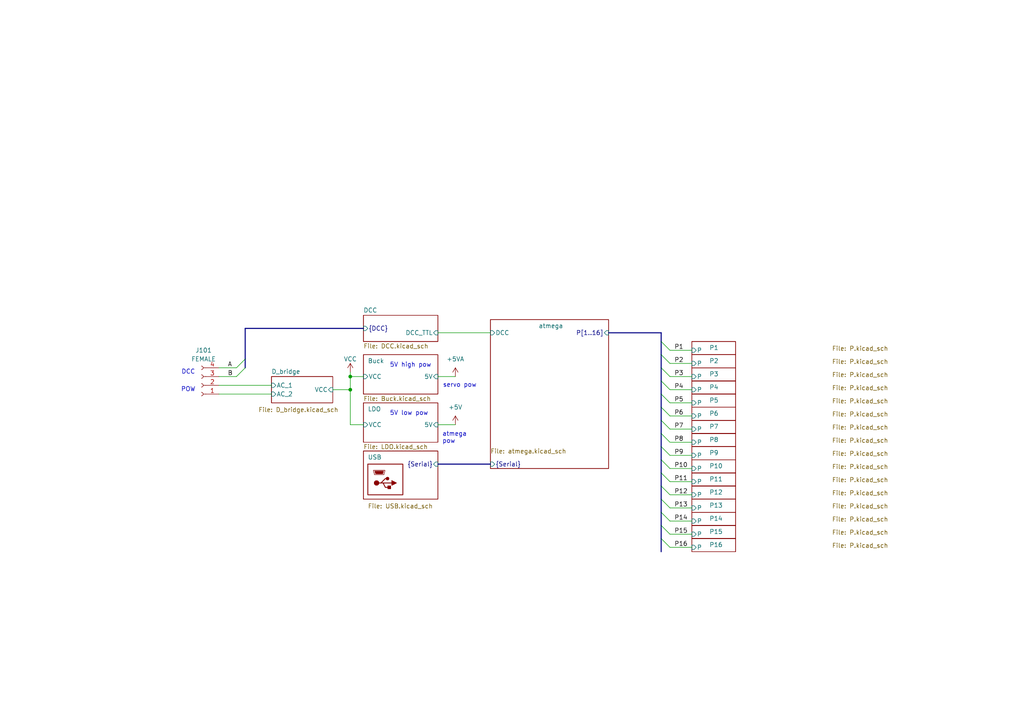
<source format=kicad_sch>
(kicad_sch (version 20231120) (generator "eeschema") (generator_version "8.0")
  (paper "A4")
  (lib_symbols
    (symbol "custom_kicad_lib_sk:USB_B_Mini_cosmetic" (pin_names (offset 1.016)) (in_bom no) (on_board no)
      (symbol "USB_B_Mini_cosmetic_0_1"
        (circle (center -3.81 2.159) (radius 0.635) (stroke (width 0.254)) (fill (type outline)))
        (circle (center -0.635 3.429) (radius 0.381) (stroke (width 0.254)) (fill (type outline)))
        (polyline (pts (xy -1.905 2.159) (xy 0.635 2.159)) (stroke (width 0.254)))
        (polyline (pts (xy -3.175 2.159) (xy -2.54 2.159) (xy -1.27 3.429) (xy -0.635 3.429)) (stroke (width 0.254)))
        (polyline (pts (xy -2.54 2.159) (xy -1.905 2.159) (xy -1.27 0.889) (xy 0 0.889)) (stroke (width 0.254)))
        (polyline (pts (xy 0.635 2.794) (xy 0.635 1.524) (xy 1.905 2.159) (xy 0.635 2.794)) (stroke (width 0.254)) (fill (type outline)))
        (polyline (pts (xy -4.318 5.588) (xy -1.778 5.588) (xy -2.032 4.826) (xy -4.064 4.826) (xy -4.318 5.588)) (fill (type outline)))
        (polyline (pts (xy -4.699 5.842) (xy -4.699 5.588) (xy -4.445 4.826) (xy -4.445 4.572) (xy -1.651 4.572) (xy -1.651 4.826) (xy -1.397 5.588) (xy -1.397 5.842) (xy -4.699 5.842)))
        (rectangle (start 0.254 1.27) (end -0.508 0.508) (stroke (width 0.254)) (fill (type outline)))
      )
      (symbol "USB_B_Mini_cosmetic_1_1"
        (rectangle (start -6.35 7.62) (end 3.81 -1.27) (stroke (width 0.254)))
      )
    )
    (symbol "custom_kicad_lib_sk:connector_3.50mm_4P_horizontal_FEMALE" (pin_names (offset 1.016) hide)
      (property "Reference" "J" (at 0 5.08 0))
      (property "Value" "FEMALE" (at 0 -7.62 0))
      (symbol "connector_3.50mm_4P_horizontal_FEMALE_1_1"
        (arc (start 0 -4.572) (mid -0.5058 -5.08) (end 0 -5.588) (stroke (width 0.1524)))
        (arc (start 0 -2.032) (mid -0.5058 -2.54) (end 0 -3.048) (stroke (width 0.1524)))
        (polyline (pts (xy -1.27 -5.08) (xy -0.508 -5.08)) (stroke (width 0.1524)))
        (polyline (pts (xy -1.27 -2.54) (xy -0.508 -2.54)) (stroke (width 0.1524)))
        (polyline (pts (xy -1.27 0) (xy -0.508 0)) (stroke (width 0.1524)))
        (polyline (pts (xy -1.27 2.54) (xy -0.508 2.54)) (stroke (width 0.1524)))
        (arc (start 0 0.508) (mid -0.5058 0) (end 0 -0.508) (stroke (width 0.1524)))
        (arc (start 0 3.048) (mid -0.5058 2.54) (end 0 2.032) (stroke (width 0.1524)))
        (pin passive line (at -5.08 2.54 0) (length 3.81) (name "Pin_1") (number "1"))
        (pin passive line (at -5.08 0 0) (length 3.81) (name "Pin_2") (number "2"))
        (pin passive line (at -5.08 -2.54 0) (length 3.81) (name "Pin_3") (number "3"))
        (pin passive line (at -5.08 -5.08 0) (length 3.81) (name "Pin_4") (number "4"))
      )
    )
    (symbol "power:+5V" (power) (pin_names (offset 0))
      (property "Value" "+5V" (at 0 3.556 0))
      (symbol "+5V_0_1"
        (polyline (pts (xy -0.762 1.27) (xy 0 2.54)))
        (polyline (pts (xy 0 0) (xy 0 2.54)))
        (polyline (pts (xy 0 2.54) (xy 0.762 1.27)))
      )
      (symbol "+5V_1_1"
        (pin power_in line (at 0 0 90) (length 0) hide (name "+5V") (number "1"))
      )
    )
    (symbol "power:+5VA" (power) (pin_names (offset 0))
      (property "Value" "+5VA" (at 0 3.556 0))
      (symbol "+5VA_0_1"
        (polyline (pts (xy -0.762 1.27) (xy 0 2.54)))
        (polyline (pts (xy 0 0) (xy 0 2.54)))
        (polyline (pts (xy 0 2.54) (xy 0.762 1.27)))
      )
      (symbol "+5VA_1_1"
        (pin power_in line (at 0 0 90) (length 0) hide (name "+5VA") (number "1"))
      )
    )
    (symbol "power:VCC" (power) (pin_numbers hide) (pin_names (offset 0) hide)
      (property "Value" "VCC" (at 0 3.556 0))
      (symbol "VCC_0_1"
        (polyline (pts (xy -0.762 1.27) (xy 0 2.54)))
        (polyline (pts (xy 0 0) (xy 0 2.54)))
        (polyline (pts (xy 0 2.54) (xy 0.762 1.27)))
      )
      (symbol "VCC_1_1"
        (pin power_in line (at 0 0 90) (length 0) (name "~") (number "1"))
      )
    )
  )
  (bus_alias "DCC" (members "A" "B"))
  (bus_alias "servo" (members "pin1" "pin2" "relay1" "relay2"))
  (bus_alias "switches" (members "sw1" "sw2" "sw3" "sw4" "sw5"))
  (junction (at 101.6 109.22))
  (junction (at 101.6 113.03))
  (bus_entry (at 191.77 156.21) (size 2.54 2.54))
  (bus_entry (at 191.77 125.73) (size 2.54 2.54))
  (bus_entry (at 191.77 137.16) (size 2.54 2.54))
  (bus_entry (at 191.77 102.87) (size 2.54 2.54))
  (bus_entry (at 191.77 129.54) (size 2.54 2.54))
  (bus_entry (at 191.77 118.11) (size 2.54 2.54))
  (bus_entry (at 191.77 148.59) (size 2.54 2.54))
  (bus_entry (at 191.77 114.3) (size 2.54 2.54))
  (bus_entry (at 68.58 106.68) (size 2.54 -2.54))
  (bus_entry (at 191.77 152.4) (size 2.54 2.54))
  (bus_entry (at 191.77 133.35) (size 2.54 2.54))
  (bus_entry (at 68.58 109.22) (size 2.54 -2.54))
  (bus_entry (at 191.77 121.92) (size 2.54 2.54))
  (bus_entry (at 191.77 110.49) (size 2.54 2.54))
  (bus_entry (at 191.77 144.78) (size 2.54 2.54))
  (bus_entry (at 191.77 99.06) (size 2.54 2.54))
  (bus_entry (at 191.77 106.68) (size 2.54 2.54))
  (bus_entry (at 191.77 140.97) (size 2.54 2.54))
  (bus (pts (xy 71.12 104.14) (xy 71.12 95.25)))
  (bus (pts (xy 71.12 106.68) (xy 71.12 104.14)))
  (wire (pts (xy 127 109.22) (xy 132.08 109.22)))
  (wire (pts (xy 101.6 107.95) (xy 101.6 109.22)))
  (wire (pts (xy 127 96.52) (xy 142.24 96.52)))
  (wire (pts (xy 101.6 113.03) (xy 96.52 113.03)))
  (wire (pts (xy 101.6 109.22) (xy 105.41 109.22)))
  (bus (pts (xy 191.77 156.21) (xy 191.77 160.02)))
  (bus (pts (xy 191.77 125.73) (xy 191.77 129.54)))
  (wire (pts (xy 194.31 132.08) (xy 200.66 132.08)))
  (wire (pts (xy 127 123.19) (xy 132.08 123.19)))
  (wire (pts (xy 63.5 109.22) (xy 68.58 109.22)))
  (wire (pts (xy 194.31 151.13) (xy 200.66 151.13)))
  (wire (pts (xy 194.31 120.65) (xy 200.66 120.65)))
  (wire (pts (xy 101.6 113.03) (xy 101.6 109.22)))
  (bus (pts (xy 191.77 129.54) (xy 191.77 133.35)))
  (bus (pts (xy 191.77 106.68) (xy 191.77 102.87)))
  (bus (pts (xy 127 134.62) (xy 142.24 134.62)))
  (wire (pts (xy 194.31 154.94) (xy 200.66 154.94)))
  (bus (pts (xy 191.77 137.16) (xy 191.77 140.97)))
  (wire (pts (xy 101.6 123.19) (xy 101.6 113.03)))
  (wire (pts (xy 194.31 109.22) (xy 200.66 109.22)))
  (wire (pts (xy 194.31 105.41) (xy 200.66 105.41)))
  (wire (pts (xy 194.31 116.84) (xy 200.66 116.84)))
  (wire (pts (xy 63.5 106.68) (xy 68.58 106.68)))
  (bus (pts (xy 191.77 114.3) (xy 191.77 110.49)))
  (bus (pts (xy 191.77 102.87) (xy 191.77 99.06)))
  (wire (pts (xy 194.31 124.46) (xy 200.66 124.46)))
  (wire (pts (xy 194.31 158.75) (xy 200.66 158.75)))
  (wire (pts (xy 194.31 143.51) (xy 200.66 143.51)))
  (wire (pts (xy 194.31 135.89) (xy 200.66 135.89)))
  (wire (pts (xy 194.31 147.32) (xy 200.66 147.32)))
  (bus (pts (xy 191.77 110.49) (xy 191.77 106.68)))
  (wire (pts (xy 63.5 111.76) (xy 78.74 111.76)))
  (bus (pts (xy 191.77 96.52) (xy 176.53 96.52)))
  (wire (pts (xy 194.31 128.27) (xy 200.66 128.27)))
  (wire (pts (xy 105.41 123.19) (xy 101.6 123.19)))
  (bus (pts (xy 191.77 144.78) (xy 191.77 148.59)))
  (wire (pts (xy 194.31 139.7) (xy 200.66 139.7)))
  (wire (pts (xy 63.5 114.3) (xy 78.74 114.3)))
  (bus (pts (xy 191.77 99.06) (xy 191.77 96.52)))
  (bus (pts (xy 191.77 140.97) (xy 191.77 144.78)))
  (bus (pts (xy 191.77 118.11) (xy 191.77 114.3)))
  (bus (pts (xy 191.77 148.59) (xy 191.77 152.4)))
  (bus (pts (xy 191.77 125.73) (xy 191.77 121.92)))
  (bus (pts (xy 191.77 121.92) (xy 191.77 118.11)))
  (wire (pts (xy 194.31 101.6) (xy 200.66 101.6)))
  (bus (pts (xy 191.77 133.35) (xy 191.77 137.16)))
  (wire (pts (xy 194.31 113.03) (xy 200.66 113.03)))
  (bus (pts (xy 71.12 95.25) (xy 105.41 95.25)))
  (bus (pts (xy 191.77 152.4) (xy 191.77 156.21)))
  (text "5V high pow" (at 113.03 106.68 0) (effects (font (size 1.27 1.27)) (justify left bottom)))
  (text "5V low pow" (at 113.03 120.65 0) (effects (font (size 1.27 1.27)) (justify left bottom)))
  (text "DCC" (at 54.61 107.95 0) (effects (font (size 1.27 1.27))))
  (text "atmega\npow\n" (at 128.27 127 0) (effects (font (size 1.27 1.27)) (justify left)))
  (text "servo pow" (at 133.35 111.76 0) (effects (font (size 1.27 1.27))))
  (text "POW" (at 54.61 113.03 0) (effects (font (size 1.27 1.27))))
  (label "P3" (at 195.58 109.22 0))
  (label "P5" (at 195.58 116.84 0))
  (label "P6" (at 195.58 120.65 0))
  (label "P15" (at 195.58 154.94 0))
  (label "P9" (at 195.58 132.08 0))
  (label "P14" (at 195.58 151.13 0))
  (label "P8" (at 195.58 128.27 0))
  (label "P2" (at 195.58 105.41 0))
  (label "P1" (at 195.58 101.6 0))
  (label "P13" (at 195.58 147.32 0))
  (label "A" (at 66.04 106.68 0))
  (label "P10" (at 195.58 135.89 0))
  (label "P11" (at 195.58 139.7 0))
  (label "P4" (at 195.58 113.03 0))
  (label "P7" (at 195.58 124.46 0))
  (label "B" (at 66.04 109.22 0))
  (label "P12" (at 195.58 143.51 0))
  (label "P16" (at 195.58 158.75 0))
  (symbol (lib_id "custom_kicad_lib_sk:connector_3.50mm_4P_horizontal_FEMALE") (at 58.42 111.76 180) (unit 1)
    (property "Reference" "J101" (at 59.055 101.6 0))
    (property "Value" "FEMALE" (at 59.055 104.14 0))
    (property "Footprint" "Connector_Phoenix_MC:PhoenixContact_MC_1,5_4-G-3.5_1x04_P3.50mm_Horizontal" (effects (hide yes)))
    (property "Description" "Generic connector, single row, 01x04, script generated" (effects (hide yes)))
    (property "JLCPCB Part#" "C880574" (effects (hide yes)))
  )
  (symbol (lib_id "custom_kicad_lib_sk:USB_B_Mini_cosmetic") (at 113.03 142.24 0) (unit 1) (in_bom no) (on_board no)
    (property "Reference" "J102" (effects (hide yes)))
    (property "Value" "USB_Mini_cosmetic" (effects (hide yes)))
    (property "Description" "USB Mini Type B connector" (effects (hide yes)))
  )
  (symbol (lib_id "power:VCC") (at 101.6 107.95 0) (unit 1)
    (property "Reference" "#PWR0106" (effects (hide yes)))
    (property "Value" "VCC" (at 101.6 104.14 0))
    (property "Description" "Power symbol creates a global label with name \"VCC\"" (effects (hide yes)))
  )
  (symbol (lib_id "power:+5V") (at 132.08 123.19 0) (unit 1)
    (property "Reference" "#PWR0102" (effects (hide yes)))
    (property "Value" "+5V" (at 132.08 118.11 0))
  )
  (symbol (lib_id "power:+5VA") (at 132.08 109.22 0) (unit 1)
    (property "Reference" "#PWR0101" (effects (hide yes)))
    (property "Value" "+5VA" (at 132.08 104.14 0))
  )
  (sheet (at 200.66 144.78) (size 12.7 3.81) (stroke (width 0.1524))
    (property "Sheetname" "P13" (at 205.74 147.32 0) (effects (justify left bottom)))
    (property "Sheetfile" "P.kicad_sch" (at 241.3 146.05 0) (effects (justify left top)))
    (pin "P" input (at 200.66 147.32 180))
  )
  (sheet (at 78.74 109.22) (size 17.78 7.62) (stroke (width 0.1524))
    (property "Sheetname" "D_bridge" (at 78.74 108.5084 0) (effects (justify left bottom)))
    (property "Sheetfile" "D_bridge.kicad_sch" (at 74.93 118.11 0) (effects (justify left top)))
    (pin "AC_1" input (at 78.74 111.76 180))
    (pin "AC_2" input (at 78.74 114.3 180))
    (pin "VCC" input (at 96.52 113.03 0))
  )
  (sheet (at 200.66 148.59) (size 12.7 3.81) (stroke (width 0.1524))
    (property "Sheetname" "P14" (at 205.74 151.13 0) (effects (justify left bottom)))
    (property "Sheetfile" "P.kicad_sch" (at 241.3 149.86 0) (effects (justify left top)))
    (pin "P" input (at 200.66 151.13 180))
  )
  (sheet (at 200.66 102.87) (size 12.7 3.81) (stroke (width 0.1524))
    (property "Sheetname" "P2" (at 205.74 105.41 0) (effects (justify left bottom)))
    (property "Sheetfile" "P.kicad_sch" (at 241.3 104.14 0) (effects (justify left top)))
    (pin "P" input (at 200.66 105.41 180))
  )
  (sheet (at 105.41 91.44) (size 21.59 7.62) (stroke (width 0.1524))
    (property "Sheetname" "DCC" (at 105.41 90.7284 0) (effects (justify left bottom)))
    (property "Sheetfile" "DCC.kicad_sch" (at 105.41 99.6446 0) (effects (justify left top)))
    (pin "DCC_TTL" input (at 127 96.52 0))
    (pin "{DCC}" input (at 105.41 95.25 180))
  )
  (sheet (at 200.66 106.68) (size 12.7 3.81) (stroke (width 0.1524))
    (property "Sheetname" "P3" (at 205.74 109.22 0) (effects (justify left bottom)))
    (property "Sheetfile" "P.kicad_sch" (at 241.3 107.95 0) (effects (justify left top)))
    (pin "P" input (at 200.66 109.22 180))
  )
  (sheet (at 200.66 152.4) (size 12.7 3.81) (stroke (width 0.1524))
    (property "Sheetname" "P15" (at 205.74 154.94 0) (effects (justify left bottom)))
    (property "Sheetfile" "P.kicad_sch" (at 241.3 153.67 0) (effects (justify left top)))
    (pin "P" input (at 200.66 154.94 180))
  )
  (sheet (at 200.66 133.35) (size 12.7 3.81) (stroke (width 0.1524))
    (property "Sheetname" "P10" (at 205.74 135.89 0) (effects (justify left bottom)))
    (property "Sheetfile" "P.kicad_sch" (at 241.3 134.62 0) (effects (justify left top)))
    (pin "P" input (at 200.66 135.89 180))
  )
  (sheet (at 200.66 118.11) (size 12.7 3.81) (stroke (width 0.1524))
    (property "Sheetname" "P6" (at 205.74 120.65 0) (effects (justify left bottom)))
    (property "Sheetfile" "P.kicad_sch" (at 241.3 119.38 0) (effects (justify left top)))
    (pin "P" input (at 200.66 120.65 180))
  )
  (sheet (at 200.66 114.3) (size 12.7 3.81) (stroke (width 0.1524))
    (property "Sheetname" "P5" (at 205.74 116.84 0) (effects (justify left bottom)))
    (property "Sheetfile" "P.kicad_sch" (at 241.3 115.57 0) (effects (justify left top)))
    (pin "P" input (at 200.66 116.84 180))
  )
  (sheet (at 200.66 156.21) (size 12.7 3.81) (stroke (width 0.1524))
    (property "Sheetname" "P16" (at 205.74 158.75 0) (effects (justify left bottom)))
    (property "Sheetfile" "P.kicad_sch" (at 241.3 157.48 0) (effects (justify left top)))
    (pin "P" input (at 200.66 158.75 180))
  )
  (sheet (at 105.41 102.87) (size 21.59 11.43) (stroke (width 0.1524))
    (property "Sheetname" "Buck" (at 106.68 105.41 0) (effects (justify left bottom)))
    (property "Sheetfile" "Buck.kicad_sch" (at 105.41 114.8846 0) (effects (justify left top)))
    (pin "VCC" input (at 105.41 109.22 180))
    (pin "5V" input (at 127 109.22 0))
  )
  (sheet (at 200.66 140.97) (size 12.7 3.81) (stroke (width 0.1524))
    (property "Sheetname" "P12" (at 205.74 143.51 0) (effects (justify left bottom)))
    (property "Sheetfile" "P.kicad_sch" (at 241.3 142.24 0) (effects (justify left top)))
    (pin "P" input (at 200.66 143.51 180))
  )
  (sheet (at 200.66 110.49) (size 12.7 3.81) (stroke (width 0.1524))
    (property "Sheetname" "P4" (at 205.74 113.03 0) (effects (justify left bottom)))
    (property "Sheetfile" "P.kicad_sch" (at 241.3 111.76 0) (effects (justify left top)))
    (pin "P" input (at 200.66 113.03 180))
  )
  (sheet (at 200.66 137.16) (size 12.7 3.81) (stroke (width 0.1524))
    (property "Sheetname" "P11" (at 205.74 139.7 0) (effects (justify left bottom)))
    (property "Sheetfile" "P.kicad_sch" (at 241.3 138.43 0) (effects (justify left top)))
    (pin "P" input (at 200.66 139.7 180))
  )
  (sheet (at 200.66 125.73) (size 12.7 3.81) (stroke (width 0.1524))
    (property "Sheetname" "P8" (at 205.74 128.27 0) (effects (justify left bottom)))
    (property "Sheetfile" "P.kicad_sch" (at 241.3 127 0) (effects (justify left top)))
    (pin "P" input (at 200.66 128.27 180))
  )
  (sheet (at 200.66 129.54) (size 12.7 3.81) (stroke (width 0.1524))
    (property "Sheetname" "P9" (at 205.74 132.08 0) (effects (justify left bottom)))
    (property "Sheetfile" "P.kicad_sch" (at 241.3 130.81 0) (effects (justify left top)))
    (pin "P" input (at 200.66 132.08 180))
  )
  (sheet (at 105.41 116.84) (size 21.59 11.43) (stroke (width 0.1524))
    (property "Sheetname" "LDO" (at 106.68 119.38 0) (effects (justify left bottom)))
    (property "Sheetfile" "LDO.kicad_sch" (at 105.41 128.8546 0) (effects (justify left top)))
    (pin "VCC" input (at 105.41 123.19 180))
    (pin "5V" input (at 127 123.19 0))
  )
  (sheet (at 105.41 130.81) (size 21.59 13.97) (stroke (width 0.1524))
    (property "Sheetname" "USB" (at 106.68 133.35 0) (effects (justify left bottom)))
    (property "Sheetfile" "USB.kicad_sch" (at 106.68 146.05 0) (effects (justify left top)))
    (pin "{Serial}" input (at 127 134.62 0))
  )
  (sheet (at 142.24 92.71) (size 34.29 43.18) (stroke (width 0.1524))
    (property "Sheetname" "atmega" (at 156.21 95.25 0) (effects (justify left bottom)))
    (property "Sheetfile" "atmega.kicad_sch" (at 142.24 130.1246 0) (effects (justify left top)))
    (pin "DCC" input (at 142.24 96.52 180))
    (pin "{Serial}" input (at 142.24 134.62 180))
    (pin "P[1..16]" input (at 176.53 96.52 0))
  )
  (sheet (at 200.66 121.92) (size 12.7 3.81) (stroke (width 0.1524))
    (property "Sheetname" "P7" (at 205.74 124.46 0) (effects (justify left bottom)))
    (property "Sheetfile" "P.kicad_sch" (at 241.3 123.19 0) (effects (justify left top)))
    (pin "P" input (at 200.66 124.46 180))
  )
  (sheet (at 200.66 99.06) (size 12.7 3.81) (stroke (width 0.1524))
    (property "Sheetname" "P1" (at 205.74 101.6 0) (effects (justify left bottom)))
    (property "Sheetfile" "P.kicad_sch" (at 241.3 100.33 0) (effects (justify left top)))
    (pin "P" input (at 200.66 101.6 180))
  )
)
</source>
